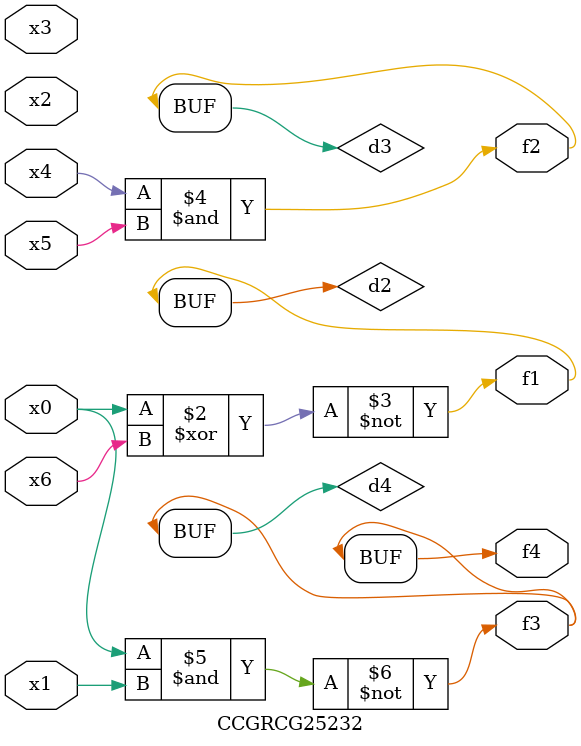
<source format=v>
module CCGRCG25232(
	input x0, x1, x2, x3, x4, x5, x6,
	output f1, f2, f3, f4
);

	wire d1, d2, d3, d4;

	nor (d1, x0);
	xnor (d2, x0, x6);
	and (d3, x4, x5);
	nand (d4, x0, x1);
	assign f1 = d2;
	assign f2 = d3;
	assign f3 = d4;
	assign f4 = d4;
endmodule

</source>
